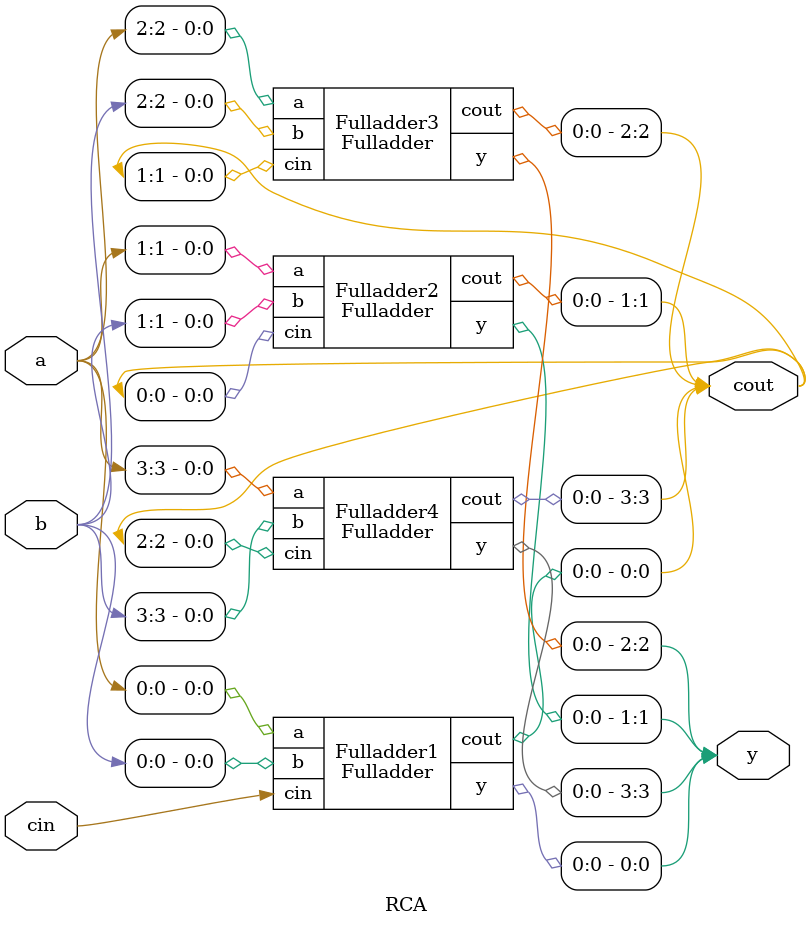
<source format=sv>
module Fulladder (input  logic a, b, cin, output logic y, cout);
   
  logic p, g;
    
  assign p=a ^ b;
  assign g=a & b;

  assign y=p ^ cin;
  assign cout =g | (p & cin);
   
endmodule

module RCA (input logic [3:0] a, b, input logic cin, output logic [3:0] cout, y );

Fulladder Fulladder1 ( a[0], b[0], cin, y[0], cout[0]);
Fulladder Fulladder2 ( a[1], b[1], cout[0],  y[1], cout[1]);
Fulladder Fulladder3 (  a[2], b[2], cout[1],  y[2], cout[2]);
Fulladder Fulladder4 (  a[3], b[3],cout[2],  y[3], cout[3]);

endmodule
</source>
